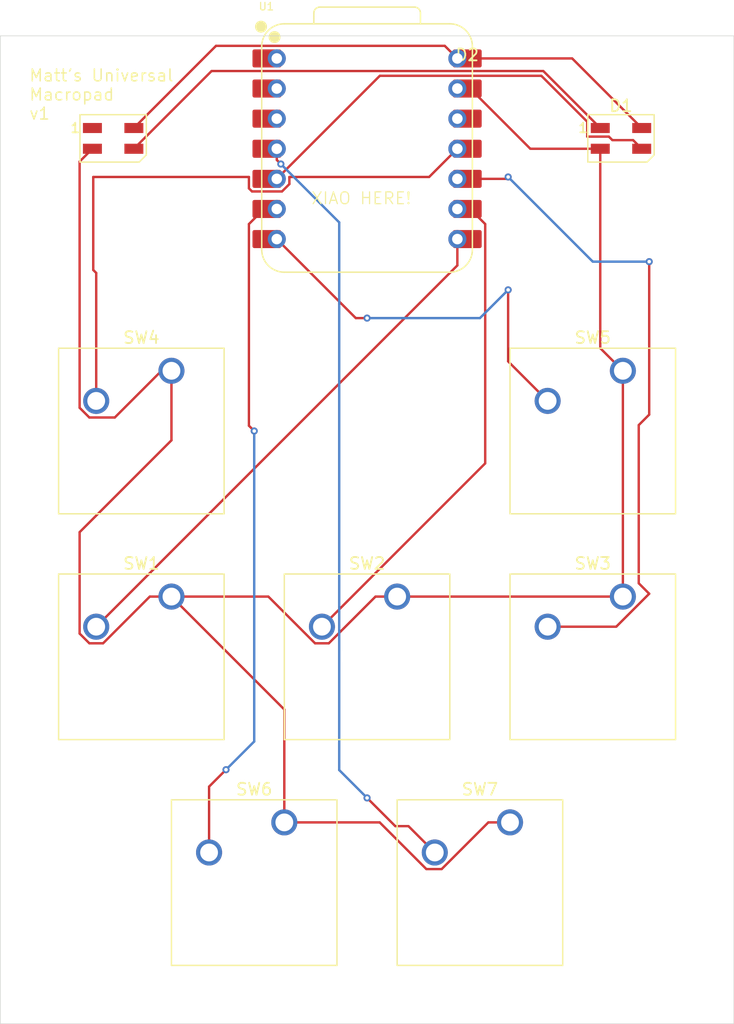
<source format=kicad_pcb>
(kicad_pcb (version 20241229) (generator "pcbnew") (generator_version "9.0")
  (layers (0 "F.Cu" signal) (2 "B.Cu" signal) (13 "F.Paste" user) (15 "B.Paste" user) (5 "F.SilkS" user "F.Silkscreen") (7 "B.SilkS" user "B.Silkscreen") (1 "F.Mask" user) (3 "B.Mask" user) (25 "Edge.Cuts" user))
  (net 0 "")
  (net 1 "GND")
  (net 2 "Net-(D1-DIN)")
  (net 3 "Net-(D1-DOUT)")
  (net 4 "+5V")
  (net 6 "Net-(U1-GPIO1{slash}RX)")
  (net 7 "Net-(U1-GPIO2{slash}SCK)")
  (net 8 "Net-(U1-GPIO4{slash}MISO)")
  (net 9 "Net-(U1-GPIO3{slash}MOSI)")
  (net 10 "Net-(U1-GPIO0{slash}TX)")
  (net 11 "Net-(U1-GPIO7{slash}SCL)")
  (net 12 "Net-(U1-GPIO29{slash}ADC3{slash}A3)")
  (footprint "Button_Switch_Keyboard:SW_Cherry_MX_1.00u_PCB" (layer "F.Cu") (at 135.89 73.50125)
    (property "Reference" "SW5" (at -2.54 -2.794 0) (layer "F.SilkS"))
    (property "Value" "SW_Push")
    (fp_line (start -9.525 -1.905) (end 4.445 -1.905) (stroke (width 0.12)) (layer "F.SilkS"))
    (fp_line (start -9.525 12.065) (end -9.525 -1.905) (stroke (width 0.12)) (layer "F.SilkS"))
    (fp_line (start 4.445 -1.905) (end 4.445 12.065) (stroke (width 0.12)) (layer "F.SilkS"))
    (fp_line (start 4.445 12.065) (end -9.525 12.065) (stroke (width 0.12)) (layer "F.SilkS"))
    (pad "" np_thru_hole circle (at -7.62 5.08) (size 1.7 1.7) (drill 1.7) (layers "*.Cu" "*.Mask"))
    (pad "" np_thru_hole circle (at -2.54 5.08) (size 4 4) (drill 4) (layers "*.Cu" "*.Mask"))
    (pad "" np_thru_hole circle (at 2.54 5.08) (size 1.7 1.7) (drill 1.7) (layers "*.Cu" "*.Mask"))
    (pad "1" thru_hole circle (at 0 0) (size 2.2 2.2) (drill 1.5) (layers "*.Cu" "*.Mask") (net 1 "GND"))
    (pad "2" thru_hole circle (at -6.35 2.54) (size 2.2 2.2) (drill 1.5) (layers "*.Cu" "*.Mask") (net 10 "Net-(U1-GPIO0{slash}TX)"))
  )
  (footprint "LED_SMD:LED_SK6812MINI_PLCC4_3.5x3.5mm_P1.75mm" (layer "F.Cu") (at 92.86875 53.89375)
    (property "Reference" "D2" (at 29.88625 -7.03625 0) (layer "F.SilkS"))
    (property "Value" "SK6812MINI")
    (fp_line (start -2.8 -2) (end -2.8 2) (stroke (width 0.12)) (layer "F.SilkS"))
    (fp_line (start -2.8 -2) (end 2.8 -2) (stroke (width 0.12)) (layer "F.SilkS"))
    (fp_line (start -2.8 2) (end 2.2 2) (stroke (width 0.12)) (layer "F.SilkS"))
    (fp_line (start 2.8 1.4) (end 2.2 2) (stroke (width 0.12)) (layer "F.SilkS"))
    (fp_line (start 2.8 1.4) (end 2.8 -2) (stroke (width 0.12)) (layer "F.SilkS"))
    (fp_text user "1" (at -3.2 -0.875 0) (layer "F.SilkS") (effects (font (size 0.8 0.8))))
    (pad "1" smd rect (at -1.75 -0.875) (size 1.6 0.85) (layers "F.Cu" "F.Mask" "F.Paste"))
    (pad "2" smd rect (at -1.75 0.875) (size 1.6 0.85) (layers "F.Cu" "F.Mask" "F.Paste") (net 1 "GND"))
    (pad "3" smd rect (at 1.75 0.875) (size 1.6 0.85) (layers "F.Cu" "F.Mask" "F.Paste") (net 3 "Net-(D1-DOUT)"))
    (pad "4" smd rect (at 1.75 -0.875) (size 1.6 0.85) (layers "F.Cu" "F.Mask" "F.Paste") (net 4 "+5V"))
  )
  (footprint "Button_Switch_Keyboard:SW_Cherry_MX_1.00u_PCB" (layer "F.Cu") (at 97.79 92.55125)
    (property "Reference" "SW1" (at -2.54 -2.794 0) (layer "F.SilkS"))
    (property "Value" "SW_Push")
    (fp_line (start -9.525 -1.905) (end 4.445 -1.905) (stroke (width 0.12)) (layer "F.SilkS"))
    (fp_line (start -9.525 12.065) (end -9.525 -1.905) (stroke (width 0.12)) (layer "F.SilkS"))
    (fp_line (start 4.445 -1.905) (end 4.445 12.065) (stroke (width 0.12)) (layer "F.SilkS"))
    (fp_line (start 4.445 12.065) (end -9.525 12.065) (stroke (width 0.12)) (layer "F.SilkS"))
    (pad "" np_thru_hole circle (at -7.62 5.08) (size 1.7 1.7) (drill 1.7) (layers "*.Cu" "*.Mask"))
    (pad "" np_thru_hole circle (at -2.54 5.08) (size 4 4) (drill 4) (layers "*.Cu" "*.Mask"))
    (pad "" np_thru_hole circle (at 2.54 5.08) (size 1.7 1.7) (drill 1.7) (layers "*.Cu" "*.Mask"))
    (pad "1" thru_hole circle (at 0 0) (size 2.2 2.2) (drill 1.5) (layers "*.Cu" "*.Mask") (net 1 "GND"))
    (pad "2" thru_hole circle (at -6.35 2.54) (size 2.2 2.2) (drill 1.5) (layers "*.Cu" "*.Mask") (net 6 "Net-(U1-GPIO1{slash}RX)"))
  )
  (footprint "Button_Switch_Keyboard:SW_Cherry_MX_1.00u_PCB" (layer "F.Cu") (at 135.89 92.55125)
    (property "Reference" "SW3" (at -2.54 -2.794 0) (layer "F.SilkS"))
    (property "Value" "SW_Push")
    (fp_line (start -9.525 -1.905) (end 4.445 -1.905) (stroke (width 0.12)) (layer "F.SilkS"))
    (fp_line (start -9.525 12.065) (end -9.525 -1.905) (stroke (width 0.12)) (layer "F.SilkS"))
    (fp_line (start 4.445 -1.905) (end 4.445 12.065) (stroke (width 0.12)) (layer "F.SilkS"))
    (fp_line (start 4.445 12.065) (end -9.525 12.065) (stroke (width 0.12)) (layer "F.SilkS"))
    (pad "" np_thru_hole circle (at -7.62 5.08) (size 1.7 1.7) (drill 1.7) (layers "*.Cu" "*.Mask"))
    (pad "" np_thru_hole circle (at -2.54 5.08) (size 4 4) (drill 4) (layers "*.Cu" "*.Mask"))
    (pad "" np_thru_hole circle (at 2.54 5.08) (size 1.7 1.7) (drill 1.7) (layers "*.Cu" "*.Mask"))
    (pad "1" thru_hole circle (at 0 0) (size 2.2 2.2) (drill 1.5) (layers "*.Cu" "*.Mask") (net 1 "GND"))
    (pad "2" thru_hole circle (at -6.35 2.54) (size 2.2 2.2) (drill 1.5) (layers "*.Cu" "*.Mask") (net 8 "Net-(U1-GPIO4{slash}MISO)"))
  )
  (footprint "Button_Switch_Keyboard:SW_Cherry_MX_1.00u_PCB" (layer "F.Cu") (at 126.365 111.60125)
    (property "Reference" "SW7" (at -2.54 -2.794 0) (layer "F.SilkS"))
    (property "Value" "SW_Push")
    (fp_line (start -9.525 -1.905) (end 4.445 -1.905) (stroke (width 0.12)) (layer "F.SilkS"))
    (fp_line (start -9.525 12.065) (end -9.525 -1.905) (stroke (width 0.12)) (layer "F.SilkS"))
    (fp_line (start 4.445 -1.905) (end 4.445 12.065) (stroke (width 0.12)) (layer "F.SilkS"))
    (fp_line (start 4.445 12.065) (end -9.525 12.065) (stroke (width 0.12)) (layer "F.SilkS"))
    (pad "" np_thru_hole circle (at -7.62 5.08) (size 1.7 1.7) (drill 1.7) (layers "*.Cu" "*.Mask"))
    (pad "" np_thru_hole circle (at -2.54 5.08) (size 4 4) (drill 4) (layers "*.Cu" "*.Mask"))
    (pad "" np_thru_hole circle (at 2.54 5.08) (size 1.7 1.7) (drill 1.7) (layers "*.Cu" "*.Mask"))
    (pad "1" thru_hole circle (at 0 0) (size 2.2 2.2) (drill 1.5) (layers "*.Cu" "*.Mask") (net 1 "GND"))
    (pad "2" thru_hole circle (at -6.35 2.54) (size 2.2 2.2) (drill 1.5) (layers "*.Cu" "*.Mask") (net 12 "Net-(U1-GPIO29{slash}ADC3{slash}A3)"))
  )
  (footprint "Button_Switch_Keyboard:SW_Cherry_MX_1.00u_PCB" (layer "F.Cu") (at 107.315 111.60125)
    (property "Reference" "SW6" (at -2.54 -2.794 0) (layer "F.SilkS"))
    (property "Value" "SW_Push")
    (fp_line (start -9.525 -1.905) (end 4.445 -1.905) (stroke (width 0.12)) (layer "F.SilkS"))
    (fp_line (start -9.525 12.065) (end -9.525 -1.905) (stroke (width 0.12)) (layer "F.SilkS"))
    (fp_line (start 4.445 -1.905) (end 4.445 12.065) (stroke (width 0.12)) (layer "F.SilkS"))
    (fp_line (start 4.445 12.065) (end -9.525 12.065) (stroke (width 0.12)) (layer "F.SilkS"))
    (pad "" np_thru_hole circle (at -7.62 5.08) (size 1.7 1.7) (drill 1.7) (layers "*.Cu" "*.Mask"))
    (pad "" np_thru_hole circle (at -2.54 5.08) (size 4 4) (drill 4) (layers "*.Cu" "*.Mask"))
    (pad "" np_thru_hole circle (at 2.54 5.08) (size 1.7 1.7) (drill 1.7) (layers "*.Cu" "*.Mask"))
    (pad "1" thru_hole circle (at 0 0) (size 2.2 2.2) (drill 1.5) (layers "*.Cu" "*.Mask") (net 1 "GND"))
    (pad "2" thru_hole circle (at -6.35 2.54) (size 2.2 2.2) (drill 1.5) (layers "*.Cu" "*.Mask") (net 11 "Net-(U1-GPIO7{slash}SCL)"))
  )
  (footprint "OPL:XIAO-RP2040-DIP" (layer "F.Cu") (at 114.3 54.76875)
    (property "Reference" "U1" (at -8.5 -12 0) (layer "F.SilkS") (effects (font (size 0.635 0.635) (thickness 0.1016))))
    (property "Value" "XIAO-RP2040-DIP")
    (fp_line (start -8.89 8.509) (end -8.89 -8.636) (stroke (width 0.127)) (layer "F.SilkS"))
    (fp_line (start -6.985 10.414) (end 6.985 10.414) (stroke (width 0.127)) (layer "F.SilkS"))
    (fp_line (start -4.495 -10.541) (end -4.491272 -11.451272) (stroke (width 0.127)) (layer "F.SilkS"))
    (fp_line (start -3.991272 -11.951) (end 4.004 -11.951) (stroke (width 0.127)) (layer "F.SilkS"))
    (fp_line (start 4.504 -11.451) (end 4.504 -10.541) (stroke (width 0.127)) (layer "F.SilkS"))
    (fp_line (start 6.985 -10.541) (end -6.985 -10.541) (stroke (width 0.1)) (layer "F.SilkS"))
    (fp_line (start 6.985 -10.541) (end -6.985 -10.541) (stroke (width 0.127)) (layer "F.SilkS"))
    (fp_line (start 8.89 8.509) (end 8.89 -8.636) (stroke (width 0.127)) (layer "F.SilkS"))
    (fp_arc (start -8.89 -8.636) (mid -8.332038 -9.983038) (end -6.985 -10.541) (stroke (width 0.127)) (layer "F.SilkS"))
    (fp_arc (start -6.985 10.414) (mid -8.332038 9.856038) (end -8.89 8.509) (stroke (width 0.127)) (layer "F.SilkS"))
    (fp_arc (start -4.491272 -11.451272) (mid -4.344728 -11.80464) (end -3.991272 -11.951) (stroke (width 0.127)) (layer "F.SilkS"))
    (fp_arc (start 4.004 -11.951) (mid 4.357553 -11.804553) (end 4.504 -11.451) (stroke (width 0.127)) (layer "F.SilkS"))
    (fp_arc (start 6.985 -10.541) (mid 8.332038 -9.983038) (end 8.89 -8.636) (stroke (width 0.127)) (layer "F.SilkS"))
    (fp_arc (start 8.89 8.509) (mid 8.332038 9.856038) (end 6.985 10.414) (stroke (width 0.127)) (layer "F.SilkS"))
    (fp_circle (center -8.95 -10.3) (end -8.95 -10.554) (stroke (width 0.5)) (fill yes) (layer "F.SilkS"))
    (fp_circle (center -7.807 -9.42) (end -7.807 -9.674) (stroke (width 0.5)) (fill yes) (layer "F.SilkS"))
    (pad "1" smd roundrect (at -8.455 -7.62 180) (size 2.432 1.524) (layers "F.Cu" "F.Mask") (roundrect_rratio 0.1))
    (pad "1" thru_hole circle (at -7.62 -7.62 180) (size 1.524 1.524) (drill 0.889) (layers "*.Cu" "*.Mask"))
    (pad "2" smd roundrect (at -8.455 -5.08 180) (size 2.432 1.524) (layers "F.Cu" "F.Mask") (roundrect_rratio 0.1))
    (pad "2" thru_hole circle (at -7.62 -5.08 180) (size 1.524 1.524) (drill 0.889) (layers "*.Cu" "*.Mask"))
    (pad "3" smd roundrect (at -8.455 -2.54 180) (size 2.432 1.524) (layers "F.Cu" "F.Mask") (roundrect_rratio 0.1))
    (pad "3" thru_hole circle (at -7.62 -2.54 180) (size 1.524 1.524) (drill 0.889) (layers "*.Cu" "*.Mask"))
    (pad "4" smd roundrect (at -8.455 0 180) (size 2.432 1.524) (layers "F.Cu" "F.Mask") (roundrect_rratio 0.1) (net 12 "Net-(U1-GPIO29{slash}ADC3{slash}A3)"))
    (pad "4" thru_hole circle (at -7.62 0 180) (size 1.524 1.524) (drill 0.889) (layers "*.Cu" "*.Mask") (net 12 "Net-(U1-GPIO29{slash}ADC3{slash}A3)"))
    (pad "5" smd roundrect (at -8.455 2.54 180) (size 2.432 1.524) (layers "F.Cu" "F.Mask") (roundrect_rratio 0.1) (net 2 "Net-(D1-DIN)"))
    (pad "5" thru_hole circle (at -7.62 2.54 180) (size 1.524 1.524) (drill 0.889) (layers "*.Cu" "*.Mask") (net 2 "Net-(D1-DIN)"))
    (pad "6" smd roundrect (at -8.455 5.08 180) (size 2.432 1.524) (layers "F.Cu" "F.Mask") (roundrect_rratio 0.1) (net 11 "Net-(U1-GPIO7{slash}SCL)"))
    (pad "6" thru_hole circle (at -7.62 5.08 180) (size 1.524 1.524) (drill 0.889) (layers "*.Cu" "*.Mask") (net 11 "Net-(U1-GPIO7{slash}SCL)"))
    (pad "7" smd roundrect (at -8.455 7.62 180) (size 2.432 1.524) (layers "F.Cu" "F.Mask") (roundrect_rratio 0.1) (net 10 "Net-(U1-GPIO0{slash}TX)"))
    (pad "7" thru_hole circle (at -7.62 7.62 180) (size 1.524 1.524) (drill 0.889) (layers "*.Cu" "*.Mask") (net 10 "Net-(U1-GPIO0{slash}TX)"))
    (pad "8" thru_hole circle (at 7.62 7.62) (size 1.524 1.524) (drill 0.889) (layers "*.Cu" "*.Mask") (net 6 "Net-(U1-GPIO1{slash}RX)"))
    (pad "8" smd roundrect (at 8.455 7.62) (size 2.432 1.524) (layers "F.Cu" "F.Mask") (roundrect_rratio 0.1) (net 6 "Net-(U1-GPIO1{slash}RX)"))
    (pad "9" thru_hole circle (at 7.62 5.08) (size 1.524 1.524) (drill 0.889) (layers "*.Cu" "*.Mask") (net 7 "Net-(U1-GPIO2{slash}SCK)"))
    (pad "9" smd roundrect (at 8.455 5.08) (size 2.432 1.524) (layers "F.Cu" "F.Mask") (roundrect_rratio 0.1) (net 7 "Net-(U1-GPIO2{slash}SCK)"))
    (pad "10" thru_hole circle (at 7.62 2.54) (size 1.524 1.524) (drill 0.889) (layers "*.Cu" "*.Mask") (net 8 "Net-(U1-GPIO4{slash}MISO)"))
    (pad "10" smd roundrect (at 8.455 2.54) (size 2.432 1.524) (layers "F.Cu" "F.Mask") (roundrect_rratio 0.1) (net 8 "Net-(U1-GPIO4{slash}MISO)"))
    (pad "11" thru_hole circle (at 7.62 0) (size 1.524 1.524) (drill 0.889) (layers "*.Cu" "*.Mask") (net 9 "Net-(U1-GPIO3{slash}MOSI)"))
    (pad "11" smd roundrect (at 8.455 0) (size 2.432 1.524) (layers "F.Cu" "F.Mask") (roundrect_rratio 0.1) (net 9 "Net-(U1-GPIO3{slash}MOSI)"))
    (pad "12" thru_hole circle (at 7.62 -2.54) (size 1.524 1.524) (drill 0.889) (layers "*.Cu" "*.Mask"))
    (pad "12" smd roundrect (at 8.455 -2.54) (size 2.432 1.524) (layers "F.Cu" "F.Mask") (roundrect_rratio 0.1))
    (pad "13" thru_hole circle (at 7.62 -5.08) (size 1.524 1.524) (drill 0.889) (layers "*.Cu" "*.Mask") (net 1 "GND"))
    (pad "13" smd roundrect (at 8.455 -5.08) (size 2.432 1.524) (layers "F.Cu" "F.Mask") (roundrect_rratio 0.1) (net 1 "GND"))
    (pad "14" thru_hole circle (at 7.62 -7.62) (size 1.524 1.524) (drill 0.889) (layers "*.Cu" "*.Mask") (net 4 "+5V"))
    (pad "14" smd roundrect (at 8.455 -7.62) (size 2.432 1.524) (layers "F.Cu" "F.Mask") (roundrect_rratio 0.1) (net 4 "+5V"))
  )
  (footprint "Button_Switch_Keyboard:SW_Cherry_MX_1.00u_PCB" (layer "F.Cu") (at 116.84 92.55125)
    (property "Reference" "SW2" (at -2.54 -2.794 0) (layer "F.SilkS"))
    (property "Value" "SW_Push")
    (fp_line (start -9.525 -1.905) (end 4.445 -1.905) (stroke (width 0.12)) (layer "F.SilkS"))
    (fp_line (start -9.525 12.065) (end -9.525 -1.905) (stroke (width 0.12)) (layer "F.SilkS"))
    (fp_line (start 4.445 -1.905) (end 4.445 12.065) (stroke (width 0.12)) (layer "F.SilkS"))
    (fp_line (start 4.445 12.065) (end -9.525 12.065) (stroke (width 0.12)) (layer "F.SilkS"))
    (pad "" np_thru_hole circle (at -7.62 5.08) (size 1.7 1.7) (drill 1.7) (layers "*.Cu" "*.Mask"))
    (pad "" np_thru_hole circle (at -2.54 5.08) (size 4 4) (drill 4) (layers "*.Cu" "*.Mask"))
    (pad "" np_thru_hole circle (at 2.54 5.08) (size 1.7 1.7) (drill 1.7) (layers "*.Cu" "*.Mask"))
    (pad "1" thru_hole circle (at 0 0) (size 2.2 2.2) (drill 1.5) (layers "*.Cu" "*.Mask") (net 1 "GND"))
    (pad "2" thru_hole circle (at -6.35 2.54) (size 2.2 2.2) (drill 1.5) (layers "*.Cu" "*.Mask") (net 7 "Net-(U1-GPIO2{slash}SCK)"))
  )
  (footprint "LED_SMD:LED_SK6812MINI_PLCC4_3.5x3.5mm_P1.75mm" (layer "F.Cu") (at 135.73125 53.89375)
    (property "Reference" "D1" (at 0 -2.75 0) (layer "F.SilkS"))
    (property "Value" "SK6812MINI")
    (fp_line (start -2.8 -2) (end -2.8 2) (stroke (width 0.12)) (layer "F.SilkS"))
    (fp_line (start -2.8 -2) (end 2.8 -2) (stroke (width 0.12)) (layer "F.SilkS"))
    (fp_line (start -2.8 2) (end 2.2 2) (stroke (width 0.12)) (layer "F.SilkS"))
    (fp_line (start 2.8 1.4) (end 2.2 2) (stroke (width 0.12)) (layer "F.SilkS"))
    (fp_line (start 2.8 1.4) (end 2.8 -2) (stroke (width 0.12)) (layer "F.SilkS"))
    (fp_text user "1" (at -3.2 -0.875 0) (layer "F.SilkS") (effects (font (size 0.8 0.8))))
    (pad "1" smd rect (at -1.75 -0.875) (size 1.6 0.85) (layers "F.Cu" "F.Mask" "F.Paste") (net 3 "Net-(D1-DOUT)"))
    (pad "2" smd rect (at -1.75 0.875) (size 1.6 0.85) (layers "F.Cu" "F.Mask" "F.Paste") (net 1 "GND"))
    (pad "3" smd rect (at 1.75 0.875) (size 1.6 0.85) (layers "F.Cu" "F.Mask" "F.Paste") (net 2 "Net-(D1-DIN)"))
    (pad "4" smd rect (at 1.75 -0.875) (size 1.6 0.85) (layers "F.Cu" "F.Mask" "F.Paste") (net 4 "+5V"))
  )
  (footprint "Button_Switch_Keyboard:SW_Cherry_MX_1.00u_PCB" (layer "F.Cu") (at 97.79 73.50125)
    (property "Reference" "SW4" (at -2.54 -2.794 0) (layer "F.SilkS"))
    (property "Value" "SW_Push")
    (fp_line (start -9.525 -1.905) (end 4.445 -1.905) (stroke (width 0.12)) (layer "F.SilkS"))
    (fp_line (start -9.525 12.065) (end -9.525 -1.905) (stroke (width 0.12)) (layer "F.SilkS"))
    (fp_line (start 4.445 -1.905) (end 4.445 12.065) (stroke (width 0.12)) (layer "F.SilkS"))
    (fp_line (start 4.445 12.065) (end -9.525 12.065) (stroke (width 0.12)) (layer "F.SilkS"))
    (pad "" np_thru_hole circle (at -7.62 5.08) (size 1.7 1.7) (drill 1.7) (layers "*.Cu" "*.Mask"))
    (pad "" np_thru_hole circle (at -2.54 5.08) (size 4 4) (drill 4) (layers "*.Cu" "*.Mask"))
    (pad "" np_thru_hole circle (at 2.54 5.08) (size 1.7 1.7) (drill 1.7) (layers "*.Cu" "*.Mask"))
    (pad "1" thru_hole circle (at 0 0) (size 2.2 2.2) (drill 1.5) (layers "*.Cu" "*.Mask") (net 1 "GND"))
    (pad "2" thru_hole circle (at -6.35 2.54) (size 2.2 2.2) (drill 1.5) (layers "*.Cu" "*.Mask") (net 9 "Net-(U1-GPIO3{slash}MOSI)"))
  )
  (gr_rect (start 83.34375 45.24375) (end 145.25625 128.5875) (stroke (width 0.05)) (fill no) (layer "Edge.Cuts"))
  (gr_text "XIAO HERE!" (at 109.5375 59.53125 0) (layer "F.SilkS") (effects (font (size 1 1) (thickness 0.1)) (justify left bottom)))
  (gr_text "Matt's Universal\nMacropad\nv1" (at 85.725 52.3875 0) (layer "F.SilkS") (effects (font (size 1 1) (thickness 0.125)) (justify left bottom)))
  (segment (start 109.909686 96.49225) (end 105.968686 92.55125) (width 0.2) (layer "F.Cu") (net 1))
  (segment (start 92.020314 96.49225) (end 90.859686 96.49225) (width 0.2) (layer "F.Cu") (net 1))
  (segment (start 97.79 79.366066) (end 97.79 73.50125) (width 0.2) (layer "F.Cu") (net 1))
  (segment (start 90.039 95.671564) (end 90.039 87.117066) (width 0.2) (layer "F.Cu") (net 1))
  (segment (start 116.84 92.55125) (end 115.011314 92.55125) (width 0.2) (layer "F.Cu") (net 1))
  (segment (start 95.961314 92.55125) (end 92.020314 96.49225) (width 0.2) (layer "F.Cu") (net 1))
  (segment (start 128.07763 54.76875) (end 133.98125 54.76875) (width 0.2) (layer "F.Cu") (net 1))
  (segment (start 119.30447 115.54225) (end 120.595314 115.54225) (width 0.2) (layer "F.Cu") (net 1))
  (segment (start 124.536314 111.60125) (end 126.365 111.60125) (width 0.2) (layer "F.Cu") (net 1))
  (segment (start 90.859686 96.49225) (end 90.039 95.671564) (width 0.2) (layer "F.Cu") (net 1))
  (segment (start 97.79 73.50125) (end 96.94847 73.50125) (width 0.2) (layer "F.Cu") (net 1))
  (segment (start 90.039 76.621564) (end 90.039 55.8485) (width 0.2) (layer "F.Cu") (net 1))
  (segment (start 97.79 92.55125) (end 107.315 102.07625) (width 0.2) (layer "F.Cu") (net 1))
  (segment (start 120.595314 115.54225) (end 124.536314 111.60125) (width 0.2) (layer "F.Cu") (net 1))
  (segment (start 107.315 102.07625) (end 107.315 111.60125) (width 0.2) (layer "F.Cu") (net 1))
  (segment (start 93.00747 77.44225) (end 90.859686 77.44225) (width 0.2) (layer "F.Cu") (net 1))
  (segment (start 90.039 55.8485) (end 91.11875 54.76875) (width 0.2) (layer "F.Cu") (net 1))
  (segment (start 115.011314 92.55125) (end 111.070314 96.49225) (width 0.2) (layer "F.Cu") (net 1))
  (segment (start 135.89 92.55125) (end 116.84 92.55125) (width 0.2) (layer "F.Cu") (net 1))
  (segment (start 133.98125 54.76875) (end 133.98125 71.5925) (width 0.2) (layer "F.Cu") (net 1))
  (segment (start 121.92 49.68875) (end 122.99763 49.68875) (width 0.2) (layer "F.Cu") (net 1))
  (segment (start 115.36347 111.60125) (end 119.30447 115.54225) (width 0.2) (layer "F.Cu") (net 1))
  (segment (start 90.859686 77.44225) (end 90.039 76.621564) (width 0.2) (layer "F.Cu") (net 1))
  (segment (start 111.070314 96.49225) (end 109.909686 96.49225) (width 0.2) (layer "F.Cu") (net 1))
  (segment (start 135.89 73.50125) (end 135.89 92.55125) (width 0.2) (layer "F.Cu") (net 1))
  (segment (start 122.99763 49.68875) (end 128.07763 54.76875) (width 0.2) (layer "F.Cu") (net 1))
  (segment (start 90.039 87.117066) (end 97.79 79.366066) (width 0.2) (layer "F.Cu") (net 1))
  (segment (start 97.79 92.55125) (end 95.961314 92.55125) (width 0.2) (layer "F.Cu") (net 1))
  (segment (start 107.315 111.60125) (end 115.36347 111.60125) (width 0.2) (layer "F.Cu") (net 1))
  (segment (start 133.98125 71.5925) (end 135.89 73.50125) (width 0.2) (layer "F.Cu") (net 1))
  (segment (start 105.968686 92.55125) (end 97.79 92.55125) (width 0.2) (layer "F.Cu") (net 1))
  (segment (start 96.94847 73.50125) (end 93.00747 77.44225) (width 0.2) (layer "F.Cu") (net 1))
  (segment (start 134.70725 53.74475) (end 132.88025 53.74475) (width 0.2) (layer "F.Cu") (net 2))
  (segment (start 135.00525 54.04275) (end 134.70725 53.74475) (width 0.2) (layer "F.Cu") (net 2))
  (segment (start 136.75525 54.04275) (end 135.00525 54.04275) (width 0.2) (layer "F.Cu") (net 2))
  (segment (start 115.376 48.61275) (end 106.68 57.30875) (width 0.2) (layer "F.Cu") (net 2))
  (segment (start 137.48125 54.76875) (end 136.75525 54.04275) (width 0.2) (layer "F.Cu") (net 2))
  (segment (start 129.00815 48.61275) (end 115.376 48.61275) (width 0.2) (layer "F.Cu") (net 2))
  (segment (start 132.88025 53.74475) (end 132.88025 52.48485) (width 0.2) (layer "F.Cu") (net 2))
  (segment (start 132.88025 52.48485) (end 129.00815 48.61275) (width 0.2) (layer "F.Cu") (net 2))
  (segment (start 129.17425 48.21175) (end 133.98125 53.01875) (width 0.2) (layer "F.Cu") (net 3))
  (segment (start 101.17575 48.21175) (end 129.17425 48.21175) (width 0.2) (layer "F.Cu") (net 3))
  (segment (start 94.61875 54.76875) (end 101.17575 48.21175) (width 0.2) (layer "F.Cu") (net 3))
  (segment (start 121.92 47.14875) (end 120.857 46.08575) (width 0.2) (layer "F.Cu") (net 4))
  (segment (start 101.55175 46.08575) (end 94.61875 53.01875) (width 0.2) (layer "F.Cu") (net 4))
  (segment (start 131.61125 47.14875) (end 137.48125 53.01875) (width 0.2) (layer "F.Cu") (net 4))
  (segment (start 120.857 46.08575) (end 101.55175 46.08575) (width 0.2) (layer "F.Cu") (net 4))
  (segment (start 121.92 47.14875) (end 131.61125 47.14875) (width 0.2) (layer "F.Cu") (net 4))
  (segment (start 121.92 62.38875) (end 121.92 64.61125) (width 0.2) (layer "F.Cu") (net 6))
  (segment (start 121.92 64.61125) (end 91.44 95.09125) (width 0.2) (layer "F.Cu") (net 6))
  (segment (start 124.272 81.30925) (end 110.49 95.09125) (width 0.2) (layer "F.Cu") (net 7))
  (segment (start 124.272 61.12312) (end 124.272 81.30925) (width 0.2) (layer "F.Cu") (net 7))
  (segment (start 122.99763 59.84875) (end 124.272 61.12312) (width 0.2) (layer "F.Cu") (net 7))
  (segment (start 121.92 59.84875) (end 122.99763 59.84875) (width 0.2) (layer "F.Cu") (net 7))
  (segment (start 138.1125 77.20028) (end 138.1125 64.29375) (width 0.2) (layer "F.Cu") (net 8))
  (segment (start 129.54 95.09125) (end 135.331314 95.09125) (width 0.2) (layer "F.Cu") (net 8))
  (segment (start 135.331314 95.09125) (end 138.1125 92.310064) (width 0.2) (layer "F.Cu") (net 8))
  (segment (start 138.1125 92.310064) (end 137.229 91.426564) (width 0.2) (layer "F.Cu") (net 8))
  (segment (start 137.229 78.08378) (end 138.1125 77.20028) (width 0.2) (layer "F.Cu") (net 8))
  (segment (start 126.20625 57.15) (end 126.0475 57.30875) (width 0.2) (layer "F.Cu") (net 8))
  (segment (start 137.229 91.426564) (end 137.229 78.08378) (width 0.2) (layer "F.Cu") (net 8))
  (segment (start 126.0475 57.30875) (end 121.92 57.30875) (width 0.2) (layer "F.Cu") (net 8))
  (via (at 126.20625 57.15) (size 0.6) (drill 0.3) (layers "F.Cu" "B.Cu") (net 8))
  (via (at 138.1125 64.29375) (size 0.6) (drill 0.3) (layers "F.Cu" "B.Cu") (net 8))
  (segment (start 133.35 64.29375) (end 126.20625 57.15) (width 0.2) (layer "B.Cu") (net 8))
  (segment (start 138.1125 64.29375) (end 133.35 64.29375) (width 0.2) (layer "B.Cu") (net 8))
  (segment (start 104.328 57.15) (end 91.189449 57.15) (width 0.2) (layer "F.Cu") (net 9))
  (segment (start 121.92 54.76875) (end 119.53875 57.15) (width 0.2) (layer "F.Cu") (net 9))
  (segment (start 91.189449 57.15) (end 91.189449 64.995699) (width 0.2) (layer "F.Cu") (net 9))
  (segment (start 104.589374 58.37175) (end 104.328 58.110376) (width 0.2) (layer "F.Cu") (net 9))
  (segment (start 119.53875 57.15) (end 107.743 57.15) (width 0.2) (layer "F.Cu") (net 9))
  (segment (start 107.743 57.74906) (end 107.12031 58.37175) (width 0.2) (layer "F.Cu") (net 9))
  (segment (start 91.189449 64.995699) (end 91.44 65.24625) (width 0.2) (layer "F.Cu") (net 9))
  (segment (start 107.743 57.15) (end 107.743 57.74906) (width 0.2) (layer "F.Cu") (net 9))
  (segment (start 91.44 65.24625) (end 91.44 76.04125) (width 0.2) (layer "F.Cu") (net 9))
  (segment (start 104.328 58.110376) (end 104.328 57.15) (width 0.2) (layer "F.Cu") (net 9))
  (segment (start 107.12031 58.37175) (end 104.589374 58.37175) (width 0.2) (layer "F.Cu") (net 9))
  (segment (start 126.20625 72.7075) (end 129.54 76.04125) (width 0.2) (layer "F.Cu") (net 10))
  (segment (start 106.68 62.38875) (end 113.3475 69.05625) (width 0.2) (layer "F.Cu") (net 10))
  (segment (start 126.20625 66.675) (end 126.20625 72.7075) (width 0.2) (layer "F.Cu") (net 10))
  (segment (start 113.3475 69.05625) (end 114.3 69.05625) (width 0.2) (layer "F.Cu") (net 10))
  (via (at 126.20625 66.675) (size 0.6) (drill 0.3) (layers "F.Cu" "B.Cu") (net 10))
  (via (at 114.3 69.05625) (size 0.6) (drill 0.3) (layers "F.Cu" "B.Cu") (net 10))
  (segment (start 114.3 69.05625) (end 123.825 69.05625) (width 0.2) (layer "B.Cu") (net 10))
  (segment (start 123.825 69.05625) (end 126.20625 66.675) (width 0.2) (layer "B.Cu") (net 10))
  (segment (start 105.60237 59.84875) (end 104.328 61.12312) (width 0.2) (layer "F.Cu") (net 11))
  (segment (start 106.68 59.84875) (end 105.60237 59.84875) (width 0.2) (layer "F.Cu") (net 11))
  (segment (start 104.328 61.12312) (end 104.328 78.13425) (width 0.2) (layer "F.Cu") (net 11))
  (segment (start 104.328 78.13425) (end 104.775 78.58125) (width 0.2) (layer "F.Cu") (net 11))
  (segment (start 102.39375 107.15625) (end 100.965 108.585) (width 0.2) (layer "F.Cu") (net 11))
  (segment (start 100.965 108.585) (end 100.965 114.14125) (width 0.2) (layer "F.Cu") (net 11))
  (via (at 104.775 78.58125) (size 0.6) (drill 0.3) (layers "F.Cu" "B.Cu") (net 11))
  (via (at 102.39375 107.15625) (size 0.6) (drill 0.3) (layers "F.Cu" "B.Cu") (net 11))
  (segment (start 104.775 78.58125) (end 104.775 104.775) (width 0.2) (layer "B.Cu") (net 11))
  (segment (start 104.775 104.775) (end 102.39375 107.15625) (width 0.2) (layer "B.Cu") (net 11))
  (segment (start 116.68125 111.91875) (end 117.7925 111.91875) (width 0.2) (layer "F.Cu") (net 12))
  (segment (start 106.68 54.76875) (end 106.68 55.713883) (width 0.2) (layer "F.Cu") (net 12))
  (segment (start 114.3 109.5375) (end 116.68125 111.91875) (width 0.2) (layer "F.Cu") (net 12))
  (segment (start 106.68 55.713883) (end 107.022801 56.056684) (width 0.2) (layer "F.Cu") (net 12))
  (segment (start 117.7925 111.91875) (end 120.015 114.14125) (width 0.2) (layer "F.Cu") (net 12))
  (via (at 107.022801 56.056684) (size 0.6) (drill 0.3) (layers "F.Cu" "B.Cu") (net 12))
  (via (at 114.3 109.5375) (size 0.6) (drill 0.3) (layers "F.Cu" "B.Cu") (net 12))
  (segment (start 111.949 107.1865) (end 114.3 109.5375) (width 0.2) (layer "B.Cu") (net 12))
  (segment (start 107.022801 56.056684) (end 111.949 60.982883) (width 0.2) (layer "B.Cu") (net 12))
  (segment (start 111.949 60.982883) (end 111.949 107.1865) (width 0.2) (layer "B.Cu") (net 12))
)
</source>
